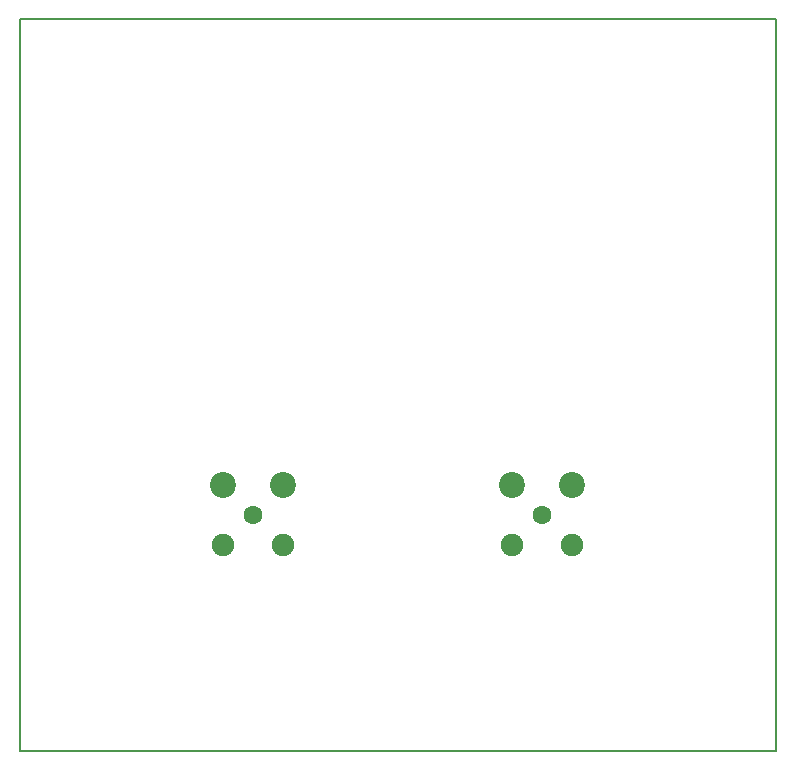
<source format=gbs>
G04*
G04 #@! TF.GenerationSoftware,Altium Limited,Altium Designer,19.1.8 (144)*
G04*
G04 Layer_Color=16711935*
%FSLAX25Y25*%
%MOIN*%
G70*
G01*
G75*
%ADD10C,0.00500*%
%ADD11C,0.08661*%
%ADD12C,0.07480*%
%ADD13C,0.06299*%
D10*
X251969D02*
Y244094D01*
X0Y0D02*
X251969D01*
X0Y244094D02*
X251969D01*
X0Y0D02*
Y244094D01*
D11*
X184238Y88740D02*
D03*
X164238D02*
D03*
X87781D02*
D03*
X67781D02*
D03*
D12*
X184238Y68740D02*
D03*
X164238D02*
D03*
X87781D02*
D03*
X67781D02*
D03*
D13*
X174238Y78740D02*
D03*
X77781D02*
D03*
M02*

</source>
